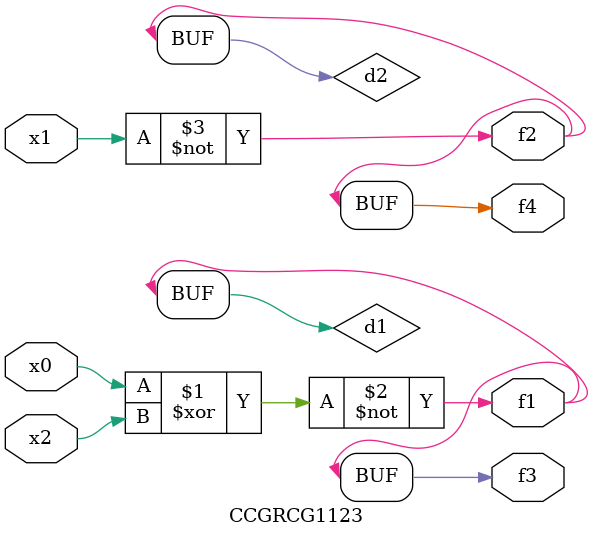
<source format=v>
module CCGRCG1123(
	input x0, x1, x2,
	output f1, f2, f3, f4
);

	wire d1, d2, d3;

	xnor (d1, x0, x2);
	nand (d2, x1);
	nor (d3, x1, x2);
	assign f1 = d1;
	assign f2 = d2;
	assign f3 = d1;
	assign f4 = d2;
endmodule

</source>
